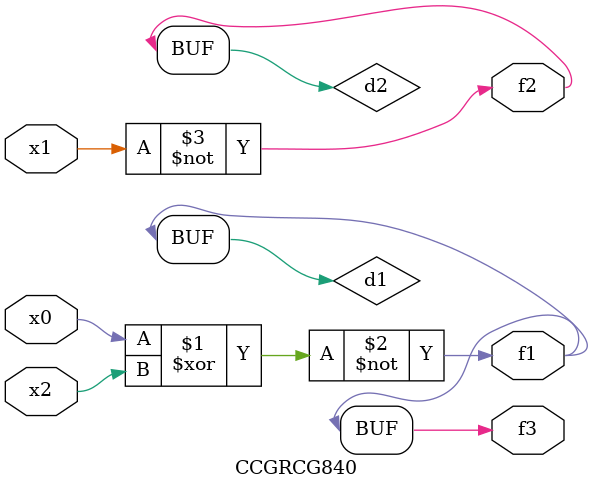
<source format=v>
module CCGRCG840(
	input x0, x1, x2,
	output f1, f2, f3
);

	wire d1, d2, d3;

	xnor (d1, x0, x2);
	nand (d2, x1);
	nor (d3, x1, x2);
	assign f1 = d1;
	assign f2 = d2;
	assign f3 = d1;
endmodule

</source>
